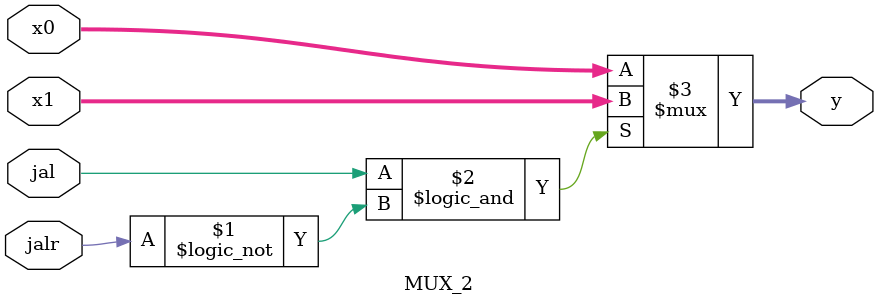
<source format=v>
`timescale 1ns / 1ps


module MUX_2(
    x0,x1,jal,jalr,y
    );
    input [4:0] x0,x1;
    input jal,jalr;
    output [4:0] y;
    
    function [4:0] select;
        input [4:0] x0,x1;
        input jal,jalr;
        case(jal)
            0:select=x0;
            1:select=x1;
        endcase
    endfunction
    //assign y=select(x0,x1,jal,jalr);
    assign y=(jal&&(!jalr))?x1:x0;
endmodule

</source>
